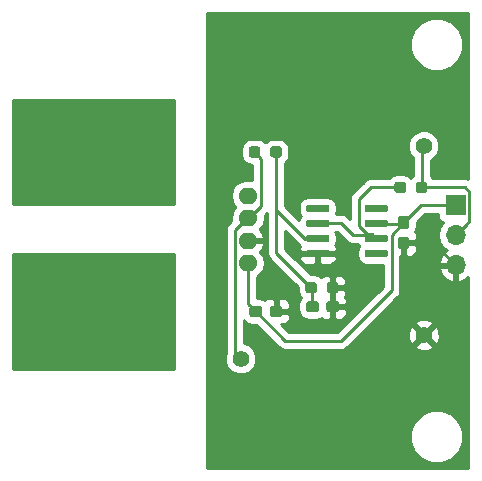
<source format=gbr>
G04 #@! TF.GenerationSoftware,KiCad,Pcbnew,(5.0.2)-1*
G04 #@! TF.CreationDate,2021-01-16T16:16:25+09:00*
G04 #@! TF.ProjectId,LEMCurrentSensor,4c454d43-7572-4726-956e-7453656e736f,rev?*
G04 #@! TF.SameCoordinates,Original*
G04 #@! TF.FileFunction,Copper,L1,Top*
G04 #@! TF.FilePolarity,Positive*
%FSLAX46Y46*%
G04 Gerber Fmt 4.6, Leading zero omitted, Abs format (unit mm)*
G04 Created by KiCad (PCBNEW (5.0.2)-1) date 2021/01/16 16:16:25*
%MOMM*%
%LPD*%
G01*
G04 APERTURE LIST*
G04 #@! TA.AperFunction,ComponentPad*
%ADD10O,1.600000X1.400000*%
G04 #@! TD*
G04 #@! TA.AperFunction,ComponentPad*
%ADD11O,1.900000X2.500000*%
G04 #@! TD*
G04 #@! TA.AperFunction,Conductor*
%ADD12C,0.100000*%
G04 #@! TD*
G04 #@! TA.AperFunction,ComponentPad*
%ADD13C,1.900000*%
G04 #@! TD*
G04 #@! TA.AperFunction,SMDPad,CuDef*
%ADD14C,0.950000*%
G04 #@! TD*
G04 #@! TA.AperFunction,SMDPad,CuDef*
%ADD15R,4.000000X4.000000*%
G04 #@! TD*
G04 #@! TA.AperFunction,ComponentPad*
%ADD16R,1.700000X1.700000*%
G04 #@! TD*
G04 #@! TA.AperFunction,ComponentPad*
%ADD17O,1.700000X1.700000*%
G04 #@! TD*
G04 #@! TA.AperFunction,ComponentPad*
%ADD18C,1.400000*%
G04 #@! TD*
G04 #@! TA.AperFunction,SMDPad,CuDef*
%ADD19C,0.600000*%
G04 #@! TD*
G04 #@! TA.AperFunction,Conductor*
%ADD20C,0.250000*%
G04 #@! TD*
G04 #@! TA.AperFunction,Conductor*
%ADD21C,0.254000*%
G04 #@! TD*
G04 APERTURE END LIST*
D10*
G04 #@! TO.P,U1,7*
G04 #@! TO.N,N/C*
X85620000Y-36192500D03*
G04 #@! TO.P,U1,10*
G04 #@! TO.N,+5V*
X85620000Y-41907500D03*
G04 #@! TO.P,U1,9*
G04 #@! TO.N,GND*
X85620000Y-40002500D03*
G04 #@! TO.P,U1,8*
G04 #@! TO.N,Net-(R1-Pad2)*
X85620000Y-38097500D03*
D11*
G04 #@! TO.P,U1,2*
G04 #@! TO.N,Net-(J1-Pad1)*
X75460000Y-45400000D03*
D12*
G04 #@! TD*
G04 #@! TO.N,Net-(J1-Pad1)*
G04 #@! TO.C,U1*
G36*
X78735779Y-44151144D02*
X78758834Y-44154563D01*
X78781443Y-44160227D01*
X78803387Y-44168079D01*
X78824457Y-44178044D01*
X78844448Y-44190026D01*
X78863168Y-44203910D01*
X78880438Y-44219562D01*
X78896090Y-44236832D01*
X78909974Y-44255552D01*
X78921956Y-44275543D01*
X78931921Y-44296613D01*
X78939773Y-44318557D01*
X78945437Y-44341166D01*
X78948856Y-44364221D01*
X78950000Y-44387500D01*
X78950000Y-46412500D01*
X78948856Y-46435779D01*
X78945437Y-46458834D01*
X78939773Y-46481443D01*
X78931921Y-46503387D01*
X78921956Y-46524457D01*
X78909974Y-46544448D01*
X78896090Y-46563168D01*
X78880438Y-46580438D01*
X78863168Y-46596090D01*
X78844448Y-46609974D01*
X78824457Y-46621956D01*
X78803387Y-46631921D01*
X78781443Y-46639773D01*
X78758834Y-46645437D01*
X78735779Y-46648856D01*
X78712500Y-46650000D01*
X77287500Y-46650000D01*
X77264221Y-46648856D01*
X77241166Y-46645437D01*
X77218557Y-46639773D01*
X77196613Y-46631921D01*
X77175543Y-46621956D01*
X77155552Y-46609974D01*
X77136832Y-46596090D01*
X77119562Y-46580438D01*
X77103910Y-46563168D01*
X77090026Y-46544448D01*
X77078044Y-46524457D01*
X77068079Y-46503387D01*
X77060227Y-46481443D01*
X77054563Y-46458834D01*
X77051144Y-46435779D01*
X77050000Y-46412500D01*
X77050000Y-44387500D01*
X77051144Y-44364221D01*
X77054563Y-44341166D01*
X77060227Y-44318557D01*
X77068079Y-44296613D01*
X77078044Y-44275543D01*
X77090026Y-44255552D01*
X77103910Y-44236832D01*
X77119562Y-44219562D01*
X77136832Y-44203910D01*
X77155552Y-44190026D01*
X77175543Y-44178044D01*
X77196613Y-44168079D01*
X77218557Y-44160227D01*
X77241166Y-44154563D01*
X77264221Y-44151144D01*
X77287500Y-44150000D01*
X78712500Y-44150000D01*
X78735779Y-44151144D01*
X78735779Y-44151144D01*
G37*
D13*
G04 #@! TO.P,U1,1*
G04 #@! TO.N,Net-(J1-Pad1)*
X78000000Y-45400000D03*
D11*
G04 #@! TO.P,U1,3*
X72920000Y-45400000D03*
G04 #@! TO.P,U1,4*
G04 #@! TO.N,Net-(J2-Pad1)*
X72920000Y-32700000D03*
G04 #@! TO.P,U1,6*
X78000000Y-32700000D03*
G04 #@! TO.P,U1,5*
X75460000Y-32700000D03*
G04 #@! TD*
D12*
G04 #@! TO.N,GND*
G04 #@! TO.C,C1*
G36*
X88323279Y-45526144D02*
X88346334Y-45529563D01*
X88368943Y-45535227D01*
X88390887Y-45543079D01*
X88411957Y-45553044D01*
X88431948Y-45565026D01*
X88450668Y-45578910D01*
X88467938Y-45594562D01*
X88483590Y-45611832D01*
X88497474Y-45630552D01*
X88509456Y-45650543D01*
X88519421Y-45671613D01*
X88527273Y-45693557D01*
X88532937Y-45716166D01*
X88536356Y-45739221D01*
X88537500Y-45762500D01*
X88537500Y-46237500D01*
X88536356Y-46260779D01*
X88532937Y-46283834D01*
X88527273Y-46306443D01*
X88519421Y-46328387D01*
X88509456Y-46349457D01*
X88497474Y-46369448D01*
X88483590Y-46388168D01*
X88467938Y-46405438D01*
X88450668Y-46421090D01*
X88431948Y-46434974D01*
X88411957Y-46446956D01*
X88390887Y-46456921D01*
X88368943Y-46464773D01*
X88346334Y-46470437D01*
X88323279Y-46473856D01*
X88300000Y-46475000D01*
X87700000Y-46475000D01*
X87676721Y-46473856D01*
X87653666Y-46470437D01*
X87631057Y-46464773D01*
X87609113Y-46456921D01*
X87588043Y-46446956D01*
X87568052Y-46434974D01*
X87549332Y-46421090D01*
X87532062Y-46405438D01*
X87516410Y-46388168D01*
X87502526Y-46369448D01*
X87490544Y-46349457D01*
X87480579Y-46328387D01*
X87472727Y-46306443D01*
X87467063Y-46283834D01*
X87463644Y-46260779D01*
X87462500Y-46237500D01*
X87462500Y-45762500D01*
X87463644Y-45739221D01*
X87467063Y-45716166D01*
X87472727Y-45693557D01*
X87480579Y-45671613D01*
X87490544Y-45650543D01*
X87502526Y-45630552D01*
X87516410Y-45611832D01*
X87532062Y-45594562D01*
X87549332Y-45578910D01*
X87568052Y-45565026D01*
X87588043Y-45553044D01*
X87609113Y-45543079D01*
X87631057Y-45535227D01*
X87653666Y-45529563D01*
X87676721Y-45526144D01*
X87700000Y-45525000D01*
X88300000Y-45525000D01*
X88323279Y-45526144D01*
X88323279Y-45526144D01*
G37*
D14*
G04 #@! TD*
G04 #@! TO.P,C1,2*
G04 #@! TO.N,GND*
X88000000Y-46000000D03*
D12*
G04 #@! TO.N,+5V*
G04 #@! TO.C,C1*
G36*
X86598279Y-45526144D02*
X86621334Y-45529563D01*
X86643943Y-45535227D01*
X86665887Y-45543079D01*
X86686957Y-45553044D01*
X86706948Y-45565026D01*
X86725668Y-45578910D01*
X86742938Y-45594562D01*
X86758590Y-45611832D01*
X86772474Y-45630552D01*
X86784456Y-45650543D01*
X86794421Y-45671613D01*
X86802273Y-45693557D01*
X86807937Y-45716166D01*
X86811356Y-45739221D01*
X86812500Y-45762500D01*
X86812500Y-46237500D01*
X86811356Y-46260779D01*
X86807937Y-46283834D01*
X86802273Y-46306443D01*
X86794421Y-46328387D01*
X86784456Y-46349457D01*
X86772474Y-46369448D01*
X86758590Y-46388168D01*
X86742938Y-46405438D01*
X86725668Y-46421090D01*
X86706948Y-46434974D01*
X86686957Y-46446956D01*
X86665887Y-46456921D01*
X86643943Y-46464773D01*
X86621334Y-46470437D01*
X86598279Y-46473856D01*
X86575000Y-46475000D01*
X85975000Y-46475000D01*
X85951721Y-46473856D01*
X85928666Y-46470437D01*
X85906057Y-46464773D01*
X85884113Y-46456921D01*
X85863043Y-46446956D01*
X85843052Y-46434974D01*
X85824332Y-46421090D01*
X85807062Y-46405438D01*
X85791410Y-46388168D01*
X85777526Y-46369448D01*
X85765544Y-46349457D01*
X85755579Y-46328387D01*
X85747727Y-46306443D01*
X85742063Y-46283834D01*
X85738644Y-46260779D01*
X85737500Y-46237500D01*
X85737500Y-45762500D01*
X85738644Y-45739221D01*
X85742063Y-45716166D01*
X85747727Y-45693557D01*
X85755579Y-45671613D01*
X85765544Y-45650543D01*
X85777526Y-45630552D01*
X85791410Y-45611832D01*
X85807062Y-45594562D01*
X85824332Y-45578910D01*
X85843052Y-45565026D01*
X85863043Y-45553044D01*
X85884113Y-45543079D01*
X85906057Y-45535227D01*
X85928666Y-45529563D01*
X85951721Y-45526144D01*
X85975000Y-45525000D01*
X86575000Y-45525000D01*
X86598279Y-45526144D01*
X86598279Y-45526144D01*
G37*
D14*
G04 #@! TD*
G04 #@! TO.P,C1,1*
G04 #@! TO.N,+5V*
X86275000Y-46000000D03*
D12*
G04 #@! TO.N,+5V*
G04 #@! TO.C,C2*
G36*
X99060779Y-37938644D02*
X99083834Y-37942063D01*
X99106443Y-37947727D01*
X99128387Y-37955579D01*
X99149457Y-37965544D01*
X99169448Y-37977526D01*
X99188168Y-37991410D01*
X99205438Y-38007062D01*
X99221090Y-38024332D01*
X99234974Y-38043052D01*
X99246956Y-38063043D01*
X99256921Y-38084113D01*
X99264773Y-38106057D01*
X99270437Y-38128666D01*
X99273856Y-38151721D01*
X99275000Y-38175000D01*
X99275000Y-38775000D01*
X99273856Y-38798279D01*
X99270437Y-38821334D01*
X99264773Y-38843943D01*
X99256921Y-38865887D01*
X99246956Y-38886957D01*
X99234974Y-38906948D01*
X99221090Y-38925668D01*
X99205438Y-38942938D01*
X99188168Y-38958590D01*
X99169448Y-38972474D01*
X99149457Y-38984456D01*
X99128387Y-38994421D01*
X99106443Y-39002273D01*
X99083834Y-39007937D01*
X99060779Y-39011356D01*
X99037500Y-39012500D01*
X98562500Y-39012500D01*
X98539221Y-39011356D01*
X98516166Y-39007937D01*
X98493557Y-39002273D01*
X98471613Y-38994421D01*
X98450543Y-38984456D01*
X98430552Y-38972474D01*
X98411832Y-38958590D01*
X98394562Y-38942938D01*
X98378910Y-38925668D01*
X98365026Y-38906948D01*
X98353044Y-38886957D01*
X98343079Y-38865887D01*
X98335227Y-38843943D01*
X98329563Y-38821334D01*
X98326144Y-38798279D01*
X98325000Y-38775000D01*
X98325000Y-38175000D01*
X98326144Y-38151721D01*
X98329563Y-38128666D01*
X98335227Y-38106057D01*
X98343079Y-38084113D01*
X98353044Y-38063043D01*
X98365026Y-38043052D01*
X98378910Y-38024332D01*
X98394562Y-38007062D01*
X98411832Y-37991410D01*
X98430552Y-37977526D01*
X98450543Y-37965544D01*
X98471613Y-37955579D01*
X98493557Y-37947727D01*
X98516166Y-37942063D01*
X98539221Y-37938644D01*
X98562500Y-37937500D01*
X99037500Y-37937500D01*
X99060779Y-37938644D01*
X99060779Y-37938644D01*
G37*
D14*
G04 #@! TD*
G04 #@! TO.P,C2,1*
G04 #@! TO.N,+5V*
X98800000Y-38475000D03*
D12*
G04 #@! TO.N,GND*
G04 #@! TO.C,C2*
G36*
X99060779Y-39663644D02*
X99083834Y-39667063D01*
X99106443Y-39672727D01*
X99128387Y-39680579D01*
X99149457Y-39690544D01*
X99169448Y-39702526D01*
X99188168Y-39716410D01*
X99205438Y-39732062D01*
X99221090Y-39749332D01*
X99234974Y-39768052D01*
X99246956Y-39788043D01*
X99256921Y-39809113D01*
X99264773Y-39831057D01*
X99270437Y-39853666D01*
X99273856Y-39876721D01*
X99275000Y-39900000D01*
X99275000Y-40500000D01*
X99273856Y-40523279D01*
X99270437Y-40546334D01*
X99264773Y-40568943D01*
X99256921Y-40590887D01*
X99246956Y-40611957D01*
X99234974Y-40631948D01*
X99221090Y-40650668D01*
X99205438Y-40667938D01*
X99188168Y-40683590D01*
X99169448Y-40697474D01*
X99149457Y-40709456D01*
X99128387Y-40719421D01*
X99106443Y-40727273D01*
X99083834Y-40732937D01*
X99060779Y-40736356D01*
X99037500Y-40737500D01*
X98562500Y-40737500D01*
X98539221Y-40736356D01*
X98516166Y-40732937D01*
X98493557Y-40727273D01*
X98471613Y-40719421D01*
X98450543Y-40709456D01*
X98430552Y-40697474D01*
X98411832Y-40683590D01*
X98394562Y-40667938D01*
X98378910Y-40650668D01*
X98365026Y-40631948D01*
X98353044Y-40611957D01*
X98343079Y-40590887D01*
X98335227Y-40568943D01*
X98329563Y-40546334D01*
X98326144Y-40523279D01*
X98325000Y-40500000D01*
X98325000Y-39900000D01*
X98326144Y-39876721D01*
X98329563Y-39853666D01*
X98335227Y-39831057D01*
X98343079Y-39809113D01*
X98353044Y-39788043D01*
X98365026Y-39768052D01*
X98378910Y-39749332D01*
X98394562Y-39732062D01*
X98411832Y-39716410D01*
X98430552Y-39702526D01*
X98450543Y-39690544D01*
X98471613Y-39680579D01*
X98493557Y-39672727D01*
X98516166Y-39667063D01*
X98539221Y-39663644D01*
X98562500Y-39662500D01*
X99037500Y-39662500D01*
X99060779Y-39663644D01*
X99060779Y-39663644D01*
G37*
D14*
G04 #@! TD*
G04 #@! TO.P,C2,2*
G04 #@! TO.N,GND*
X98800000Y-40200000D03*
D12*
G04 #@! TO.N,Net-(C3-Pad1)*
G04 #@! TO.C,C3*
G36*
X91398279Y-45126144D02*
X91421334Y-45129563D01*
X91443943Y-45135227D01*
X91465887Y-45143079D01*
X91486957Y-45153044D01*
X91506948Y-45165026D01*
X91525668Y-45178910D01*
X91542938Y-45194562D01*
X91558590Y-45211832D01*
X91572474Y-45230552D01*
X91584456Y-45250543D01*
X91594421Y-45271613D01*
X91602273Y-45293557D01*
X91607937Y-45316166D01*
X91611356Y-45339221D01*
X91612500Y-45362500D01*
X91612500Y-45837500D01*
X91611356Y-45860779D01*
X91607937Y-45883834D01*
X91602273Y-45906443D01*
X91594421Y-45928387D01*
X91584456Y-45949457D01*
X91572474Y-45969448D01*
X91558590Y-45988168D01*
X91542938Y-46005438D01*
X91525668Y-46021090D01*
X91506948Y-46034974D01*
X91486957Y-46046956D01*
X91465887Y-46056921D01*
X91443943Y-46064773D01*
X91421334Y-46070437D01*
X91398279Y-46073856D01*
X91375000Y-46075000D01*
X90775000Y-46075000D01*
X90751721Y-46073856D01*
X90728666Y-46070437D01*
X90706057Y-46064773D01*
X90684113Y-46056921D01*
X90663043Y-46046956D01*
X90643052Y-46034974D01*
X90624332Y-46021090D01*
X90607062Y-46005438D01*
X90591410Y-45988168D01*
X90577526Y-45969448D01*
X90565544Y-45949457D01*
X90555579Y-45928387D01*
X90547727Y-45906443D01*
X90542063Y-45883834D01*
X90538644Y-45860779D01*
X90537500Y-45837500D01*
X90537500Y-45362500D01*
X90538644Y-45339221D01*
X90542063Y-45316166D01*
X90547727Y-45293557D01*
X90555579Y-45271613D01*
X90565544Y-45250543D01*
X90577526Y-45230552D01*
X90591410Y-45211832D01*
X90607062Y-45194562D01*
X90624332Y-45178910D01*
X90643052Y-45165026D01*
X90663043Y-45153044D01*
X90684113Y-45143079D01*
X90706057Y-45135227D01*
X90728666Y-45129563D01*
X90751721Y-45126144D01*
X90775000Y-45125000D01*
X91375000Y-45125000D01*
X91398279Y-45126144D01*
X91398279Y-45126144D01*
G37*
D14*
G04 #@! TD*
G04 #@! TO.P,C3,1*
G04 #@! TO.N,Net-(C3-Pad1)*
X91075000Y-45600000D03*
D12*
G04 #@! TO.N,GND*
G04 #@! TO.C,C3*
G36*
X93123279Y-45126144D02*
X93146334Y-45129563D01*
X93168943Y-45135227D01*
X93190887Y-45143079D01*
X93211957Y-45153044D01*
X93231948Y-45165026D01*
X93250668Y-45178910D01*
X93267938Y-45194562D01*
X93283590Y-45211832D01*
X93297474Y-45230552D01*
X93309456Y-45250543D01*
X93319421Y-45271613D01*
X93327273Y-45293557D01*
X93332937Y-45316166D01*
X93336356Y-45339221D01*
X93337500Y-45362500D01*
X93337500Y-45837500D01*
X93336356Y-45860779D01*
X93332937Y-45883834D01*
X93327273Y-45906443D01*
X93319421Y-45928387D01*
X93309456Y-45949457D01*
X93297474Y-45969448D01*
X93283590Y-45988168D01*
X93267938Y-46005438D01*
X93250668Y-46021090D01*
X93231948Y-46034974D01*
X93211957Y-46046956D01*
X93190887Y-46056921D01*
X93168943Y-46064773D01*
X93146334Y-46070437D01*
X93123279Y-46073856D01*
X93100000Y-46075000D01*
X92500000Y-46075000D01*
X92476721Y-46073856D01*
X92453666Y-46070437D01*
X92431057Y-46064773D01*
X92409113Y-46056921D01*
X92388043Y-46046956D01*
X92368052Y-46034974D01*
X92349332Y-46021090D01*
X92332062Y-46005438D01*
X92316410Y-45988168D01*
X92302526Y-45969448D01*
X92290544Y-45949457D01*
X92280579Y-45928387D01*
X92272727Y-45906443D01*
X92267063Y-45883834D01*
X92263644Y-45860779D01*
X92262500Y-45837500D01*
X92262500Y-45362500D01*
X92263644Y-45339221D01*
X92267063Y-45316166D01*
X92272727Y-45293557D01*
X92280579Y-45271613D01*
X92290544Y-45250543D01*
X92302526Y-45230552D01*
X92316410Y-45211832D01*
X92332062Y-45194562D01*
X92349332Y-45178910D01*
X92368052Y-45165026D01*
X92388043Y-45153044D01*
X92409113Y-45143079D01*
X92431057Y-45135227D01*
X92453666Y-45129563D01*
X92476721Y-45126144D01*
X92500000Y-45125000D01*
X93100000Y-45125000D01*
X93123279Y-45126144D01*
X93123279Y-45126144D01*
G37*
D14*
G04 #@! TD*
G04 #@! TO.P,C3,2*
G04 #@! TO.N,GND*
X92800000Y-45600000D03*
D15*
G04 #@! TO.P,J2,1*
G04 #@! TO.N,Net-(J2-Pad1)*
X67600000Y-31600000D03*
G04 #@! TD*
D16*
G04 #@! TO.P,J3,1*
G04 #@! TO.N,+5V*
X103200000Y-37000000D03*
D17*
G04 #@! TO.P,J3,2*
G04 #@! TO.N,Net-(J3-Pad2)*
X103200000Y-39540000D03*
G04 #@! TO.P,J3,3*
G04 #@! TO.N,GND*
X103200000Y-42080000D03*
G04 #@! TD*
D12*
G04 #@! TO.N,Net-(C3-Pad1)*
G04 #@! TO.C,R1*
G36*
X88273279Y-32026144D02*
X88296334Y-32029563D01*
X88318943Y-32035227D01*
X88340887Y-32043079D01*
X88361957Y-32053044D01*
X88381948Y-32065026D01*
X88400668Y-32078910D01*
X88417938Y-32094562D01*
X88433590Y-32111832D01*
X88447474Y-32130552D01*
X88459456Y-32150543D01*
X88469421Y-32171613D01*
X88477273Y-32193557D01*
X88482937Y-32216166D01*
X88486356Y-32239221D01*
X88487500Y-32262500D01*
X88487500Y-32737500D01*
X88486356Y-32760779D01*
X88482937Y-32783834D01*
X88477273Y-32806443D01*
X88469421Y-32828387D01*
X88459456Y-32849457D01*
X88447474Y-32869448D01*
X88433590Y-32888168D01*
X88417938Y-32905438D01*
X88400668Y-32921090D01*
X88381948Y-32934974D01*
X88361957Y-32946956D01*
X88340887Y-32956921D01*
X88318943Y-32964773D01*
X88296334Y-32970437D01*
X88273279Y-32973856D01*
X88250000Y-32975000D01*
X87750000Y-32975000D01*
X87726721Y-32973856D01*
X87703666Y-32970437D01*
X87681057Y-32964773D01*
X87659113Y-32956921D01*
X87638043Y-32946956D01*
X87618052Y-32934974D01*
X87599332Y-32921090D01*
X87582062Y-32905438D01*
X87566410Y-32888168D01*
X87552526Y-32869448D01*
X87540544Y-32849457D01*
X87530579Y-32828387D01*
X87522727Y-32806443D01*
X87517063Y-32783834D01*
X87513644Y-32760779D01*
X87512500Y-32737500D01*
X87512500Y-32262500D01*
X87513644Y-32239221D01*
X87517063Y-32216166D01*
X87522727Y-32193557D01*
X87530579Y-32171613D01*
X87540544Y-32150543D01*
X87552526Y-32130552D01*
X87566410Y-32111832D01*
X87582062Y-32094562D01*
X87599332Y-32078910D01*
X87618052Y-32065026D01*
X87638043Y-32053044D01*
X87659113Y-32043079D01*
X87681057Y-32035227D01*
X87703666Y-32029563D01*
X87726721Y-32026144D01*
X87750000Y-32025000D01*
X88250000Y-32025000D01*
X88273279Y-32026144D01*
X88273279Y-32026144D01*
G37*
D14*
G04 #@! TD*
G04 #@! TO.P,R1,1*
G04 #@! TO.N,Net-(C3-Pad1)*
X88000000Y-32500000D03*
D12*
G04 #@! TO.N,Net-(R1-Pad2)*
G04 #@! TO.C,R1*
G36*
X86448279Y-32026144D02*
X86471334Y-32029563D01*
X86493943Y-32035227D01*
X86515887Y-32043079D01*
X86536957Y-32053044D01*
X86556948Y-32065026D01*
X86575668Y-32078910D01*
X86592938Y-32094562D01*
X86608590Y-32111832D01*
X86622474Y-32130552D01*
X86634456Y-32150543D01*
X86644421Y-32171613D01*
X86652273Y-32193557D01*
X86657937Y-32216166D01*
X86661356Y-32239221D01*
X86662500Y-32262500D01*
X86662500Y-32737500D01*
X86661356Y-32760779D01*
X86657937Y-32783834D01*
X86652273Y-32806443D01*
X86644421Y-32828387D01*
X86634456Y-32849457D01*
X86622474Y-32869448D01*
X86608590Y-32888168D01*
X86592938Y-32905438D01*
X86575668Y-32921090D01*
X86556948Y-32934974D01*
X86536957Y-32946956D01*
X86515887Y-32956921D01*
X86493943Y-32964773D01*
X86471334Y-32970437D01*
X86448279Y-32973856D01*
X86425000Y-32975000D01*
X85925000Y-32975000D01*
X85901721Y-32973856D01*
X85878666Y-32970437D01*
X85856057Y-32964773D01*
X85834113Y-32956921D01*
X85813043Y-32946956D01*
X85793052Y-32934974D01*
X85774332Y-32921090D01*
X85757062Y-32905438D01*
X85741410Y-32888168D01*
X85727526Y-32869448D01*
X85715544Y-32849457D01*
X85705579Y-32828387D01*
X85697727Y-32806443D01*
X85692063Y-32783834D01*
X85688644Y-32760779D01*
X85687500Y-32737500D01*
X85687500Y-32262500D01*
X85688644Y-32239221D01*
X85692063Y-32216166D01*
X85697727Y-32193557D01*
X85705579Y-32171613D01*
X85715544Y-32150543D01*
X85727526Y-32130552D01*
X85741410Y-32111832D01*
X85757062Y-32094562D01*
X85774332Y-32078910D01*
X85793052Y-32065026D01*
X85813043Y-32053044D01*
X85834113Y-32043079D01*
X85856057Y-32035227D01*
X85878666Y-32029563D01*
X85901721Y-32026144D01*
X85925000Y-32025000D01*
X86425000Y-32025000D01*
X86448279Y-32026144D01*
X86448279Y-32026144D01*
G37*
D14*
G04 #@! TD*
G04 #@! TO.P,R1,2*
G04 #@! TO.N,Net-(R1-Pad2)*
X86175000Y-32500000D03*
D12*
G04 #@! TO.N,Net-(C3-Pad1)*
G04 #@! TO.C,R2*
G36*
X91248279Y-43526144D02*
X91271334Y-43529563D01*
X91293943Y-43535227D01*
X91315887Y-43543079D01*
X91336957Y-43553044D01*
X91356948Y-43565026D01*
X91375668Y-43578910D01*
X91392938Y-43594562D01*
X91408590Y-43611832D01*
X91422474Y-43630552D01*
X91434456Y-43650543D01*
X91444421Y-43671613D01*
X91452273Y-43693557D01*
X91457937Y-43716166D01*
X91461356Y-43739221D01*
X91462500Y-43762500D01*
X91462500Y-44237500D01*
X91461356Y-44260779D01*
X91457937Y-44283834D01*
X91452273Y-44306443D01*
X91444421Y-44328387D01*
X91434456Y-44349457D01*
X91422474Y-44369448D01*
X91408590Y-44388168D01*
X91392938Y-44405438D01*
X91375668Y-44421090D01*
X91356948Y-44434974D01*
X91336957Y-44446956D01*
X91315887Y-44456921D01*
X91293943Y-44464773D01*
X91271334Y-44470437D01*
X91248279Y-44473856D01*
X91225000Y-44475000D01*
X90725000Y-44475000D01*
X90701721Y-44473856D01*
X90678666Y-44470437D01*
X90656057Y-44464773D01*
X90634113Y-44456921D01*
X90613043Y-44446956D01*
X90593052Y-44434974D01*
X90574332Y-44421090D01*
X90557062Y-44405438D01*
X90541410Y-44388168D01*
X90527526Y-44369448D01*
X90515544Y-44349457D01*
X90505579Y-44328387D01*
X90497727Y-44306443D01*
X90492063Y-44283834D01*
X90488644Y-44260779D01*
X90487500Y-44237500D01*
X90487500Y-43762500D01*
X90488644Y-43739221D01*
X90492063Y-43716166D01*
X90497727Y-43693557D01*
X90505579Y-43671613D01*
X90515544Y-43650543D01*
X90527526Y-43630552D01*
X90541410Y-43611832D01*
X90557062Y-43594562D01*
X90574332Y-43578910D01*
X90593052Y-43565026D01*
X90613043Y-43553044D01*
X90634113Y-43543079D01*
X90656057Y-43535227D01*
X90678666Y-43529563D01*
X90701721Y-43526144D01*
X90725000Y-43525000D01*
X91225000Y-43525000D01*
X91248279Y-43526144D01*
X91248279Y-43526144D01*
G37*
D14*
G04 #@! TD*
G04 #@! TO.P,R2,1*
G04 #@! TO.N,Net-(C3-Pad1)*
X90975000Y-44000000D03*
D12*
G04 #@! TO.N,GND*
G04 #@! TO.C,R2*
G36*
X93073279Y-43526144D02*
X93096334Y-43529563D01*
X93118943Y-43535227D01*
X93140887Y-43543079D01*
X93161957Y-43553044D01*
X93181948Y-43565026D01*
X93200668Y-43578910D01*
X93217938Y-43594562D01*
X93233590Y-43611832D01*
X93247474Y-43630552D01*
X93259456Y-43650543D01*
X93269421Y-43671613D01*
X93277273Y-43693557D01*
X93282937Y-43716166D01*
X93286356Y-43739221D01*
X93287500Y-43762500D01*
X93287500Y-44237500D01*
X93286356Y-44260779D01*
X93282937Y-44283834D01*
X93277273Y-44306443D01*
X93269421Y-44328387D01*
X93259456Y-44349457D01*
X93247474Y-44369448D01*
X93233590Y-44388168D01*
X93217938Y-44405438D01*
X93200668Y-44421090D01*
X93181948Y-44434974D01*
X93161957Y-44446956D01*
X93140887Y-44456921D01*
X93118943Y-44464773D01*
X93096334Y-44470437D01*
X93073279Y-44473856D01*
X93050000Y-44475000D01*
X92550000Y-44475000D01*
X92526721Y-44473856D01*
X92503666Y-44470437D01*
X92481057Y-44464773D01*
X92459113Y-44456921D01*
X92438043Y-44446956D01*
X92418052Y-44434974D01*
X92399332Y-44421090D01*
X92382062Y-44405438D01*
X92366410Y-44388168D01*
X92352526Y-44369448D01*
X92340544Y-44349457D01*
X92330579Y-44328387D01*
X92322727Y-44306443D01*
X92317063Y-44283834D01*
X92313644Y-44260779D01*
X92312500Y-44237500D01*
X92312500Y-43762500D01*
X92313644Y-43739221D01*
X92317063Y-43716166D01*
X92322727Y-43693557D01*
X92330579Y-43671613D01*
X92340544Y-43650543D01*
X92352526Y-43630552D01*
X92366410Y-43611832D01*
X92382062Y-43594562D01*
X92399332Y-43578910D01*
X92418052Y-43565026D01*
X92438043Y-43553044D01*
X92459113Y-43543079D01*
X92481057Y-43535227D01*
X92503666Y-43529563D01*
X92526721Y-43526144D01*
X92550000Y-43525000D01*
X93050000Y-43525000D01*
X93073279Y-43526144D01*
X93073279Y-43526144D01*
G37*
D14*
G04 #@! TD*
G04 #@! TO.P,R2,2*
G04 #@! TO.N,GND*
X92800000Y-44000000D03*
D12*
G04 #@! TO.N,Net-(R3-Pad2)*
G04 #@! TO.C,R3*
G36*
X98773279Y-35026144D02*
X98796334Y-35029563D01*
X98818943Y-35035227D01*
X98840887Y-35043079D01*
X98861957Y-35053044D01*
X98881948Y-35065026D01*
X98900668Y-35078910D01*
X98917938Y-35094562D01*
X98933590Y-35111832D01*
X98947474Y-35130552D01*
X98959456Y-35150543D01*
X98969421Y-35171613D01*
X98977273Y-35193557D01*
X98982937Y-35216166D01*
X98986356Y-35239221D01*
X98987500Y-35262500D01*
X98987500Y-35737500D01*
X98986356Y-35760779D01*
X98982937Y-35783834D01*
X98977273Y-35806443D01*
X98969421Y-35828387D01*
X98959456Y-35849457D01*
X98947474Y-35869448D01*
X98933590Y-35888168D01*
X98917938Y-35905438D01*
X98900668Y-35921090D01*
X98881948Y-35934974D01*
X98861957Y-35946956D01*
X98840887Y-35956921D01*
X98818943Y-35964773D01*
X98796334Y-35970437D01*
X98773279Y-35973856D01*
X98750000Y-35975000D01*
X98250000Y-35975000D01*
X98226721Y-35973856D01*
X98203666Y-35970437D01*
X98181057Y-35964773D01*
X98159113Y-35956921D01*
X98138043Y-35946956D01*
X98118052Y-35934974D01*
X98099332Y-35921090D01*
X98082062Y-35905438D01*
X98066410Y-35888168D01*
X98052526Y-35869448D01*
X98040544Y-35849457D01*
X98030579Y-35828387D01*
X98022727Y-35806443D01*
X98017063Y-35783834D01*
X98013644Y-35760779D01*
X98012500Y-35737500D01*
X98012500Y-35262500D01*
X98013644Y-35239221D01*
X98017063Y-35216166D01*
X98022727Y-35193557D01*
X98030579Y-35171613D01*
X98040544Y-35150543D01*
X98052526Y-35130552D01*
X98066410Y-35111832D01*
X98082062Y-35094562D01*
X98099332Y-35078910D01*
X98118052Y-35065026D01*
X98138043Y-35053044D01*
X98159113Y-35043079D01*
X98181057Y-35035227D01*
X98203666Y-35029563D01*
X98226721Y-35026144D01*
X98250000Y-35025000D01*
X98750000Y-35025000D01*
X98773279Y-35026144D01*
X98773279Y-35026144D01*
G37*
D14*
G04 #@! TD*
G04 #@! TO.P,R3,2*
G04 #@! TO.N,Net-(R3-Pad2)*
X98500000Y-35500000D03*
D12*
G04 #@! TO.N,Net-(J3-Pad2)*
G04 #@! TO.C,R3*
G36*
X100598279Y-35026144D02*
X100621334Y-35029563D01*
X100643943Y-35035227D01*
X100665887Y-35043079D01*
X100686957Y-35053044D01*
X100706948Y-35065026D01*
X100725668Y-35078910D01*
X100742938Y-35094562D01*
X100758590Y-35111832D01*
X100772474Y-35130552D01*
X100784456Y-35150543D01*
X100794421Y-35171613D01*
X100802273Y-35193557D01*
X100807937Y-35216166D01*
X100811356Y-35239221D01*
X100812500Y-35262500D01*
X100812500Y-35737500D01*
X100811356Y-35760779D01*
X100807937Y-35783834D01*
X100802273Y-35806443D01*
X100794421Y-35828387D01*
X100784456Y-35849457D01*
X100772474Y-35869448D01*
X100758590Y-35888168D01*
X100742938Y-35905438D01*
X100725668Y-35921090D01*
X100706948Y-35934974D01*
X100686957Y-35946956D01*
X100665887Y-35956921D01*
X100643943Y-35964773D01*
X100621334Y-35970437D01*
X100598279Y-35973856D01*
X100575000Y-35975000D01*
X100075000Y-35975000D01*
X100051721Y-35973856D01*
X100028666Y-35970437D01*
X100006057Y-35964773D01*
X99984113Y-35956921D01*
X99963043Y-35946956D01*
X99943052Y-35934974D01*
X99924332Y-35921090D01*
X99907062Y-35905438D01*
X99891410Y-35888168D01*
X99877526Y-35869448D01*
X99865544Y-35849457D01*
X99855579Y-35828387D01*
X99847727Y-35806443D01*
X99842063Y-35783834D01*
X99838644Y-35760779D01*
X99837500Y-35737500D01*
X99837500Y-35262500D01*
X99838644Y-35239221D01*
X99842063Y-35216166D01*
X99847727Y-35193557D01*
X99855579Y-35171613D01*
X99865544Y-35150543D01*
X99877526Y-35130552D01*
X99891410Y-35111832D01*
X99907062Y-35094562D01*
X99924332Y-35078910D01*
X99943052Y-35065026D01*
X99963043Y-35053044D01*
X99984113Y-35043079D01*
X100006057Y-35035227D01*
X100028666Y-35029563D01*
X100051721Y-35026144D01*
X100075000Y-35025000D01*
X100575000Y-35025000D01*
X100598279Y-35026144D01*
X100598279Y-35026144D01*
G37*
D14*
G04 #@! TD*
G04 #@! TO.P,R3,1*
G04 #@! TO.N,Net-(J3-Pad2)*
X100325000Y-35500000D03*
D18*
G04 #@! TO.P,TP1,1*
G04 #@! TO.N,Net-(R1-Pad2)*
X85000000Y-50000000D03*
G04 #@! TD*
G04 #@! TO.P,TP2,1*
G04 #@! TO.N,Net-(J3-Pad2)*
X100500000Y-32000000D03*
G04 #@! TD*
D15*
G04 #@! TO.P,J1,1*
G04 #@! TO.N,Net-(J1-Pad1)*
X67600000Y-47200000D03*
G04 #@! TD*
D12*
G04 #@! TO.N,N/C*
G04 #@! TO.C,U2*
G36*
X92364703Y-36995722D02*
X92379264Y-36997882D01*
X92393543Y-37001459D01*
X92407403Y-37006418D01*
X92420710Y-37012712D01*
X92433336Y-37020280D01*
X92445159Y-37029048D01*
X92456066Y-37038934D01*
X92465952Y-37049841D01*
X92474720Y-37061664D01*
X92482288Y-37074290D01*
X92488582Y-37087597D01*
X92493541Y-37101457D01*
X92497118Y-37115736D01*
X92499278Y-37130297D01*
X92500000Y-37145000D01*
X92500000Y-37445000D01*
X92499278Y-37459703D01*
X92497118Y-37474264D01*
X92493541Y-37488543D01*
X92488582Y-37502403D01*
X92482288Y-37515710D01*
X92474720Y-37528336D01*
X92465952Y-37540159D01*
X92456066Y-37551066D01*
X92445159Y-37560952D01*
X92433336Y-37569720D01*
X92420710Y-37577288D01*
X92407403Y-37583582D01*
X92393543Y-37588541D01*
X92379264Y-37592118D01*
X92364703Y-37594278D01*
X92350000Y-37595000D01*
X90700000Y-37595000D01*
X90685297Y-37594278D01*
X90670736Y-37592118D01*
X90656457Y-37588541D01*
X90642597Y-37583582D01*
X90629290Y-37577288D01*
X90616664Y-37569720D01*
X90604841Y-37560952D01*
X90593934Y-37551066D01*
X90584048Y-37540159D01*
X90575280Y-37528336D01*
X90567712Y-37515710D01*
X90561418Y-37502403D01*
X90556459Y-37488543D01*
X90552882Y-37474264D01*
X90550722Y-37459703D01*
X90550000Y-37445000D01*
X90550000Y-37145000D01*
X90550722Y-37130297D01*
X90552882Y-37115736D01*
X90556459Y-37101457D01*
X90561418Y-37087597D01*
X90567712Y-37074290D01*
X90575280Y-37061664D01*
X90584048Y-37049841D01*
X90593934Y-37038934D01*
X90604841Y-37029048D01*
X90616664Y-37020280D01*
X90629290Y-37012712D01*
X90642597Y-37006418D01*
X90656457Y-37001459D01*
X90670736Y-36997882D01*
X90685297Y-36995722D01*
X90700000Y-36995000D01*
X92350000Y-36995000D01*
X92364703Y-36995722D01*
X92364703Y-36995722D01*
G37*
D19*
G04 #@! TD*
G04 #@! TO.P,U2,1*
G04 #@! TO.N,N/C*
X91525000Y-37295000D03*
D12*
G04 #@! TO.N,Net-(R3-Pad2)*
G04 #@! TO.C,U2*
G36*
X92364703Y-38265722D02*
X92379264Y-38267882D01*
X92393543Y-38271459D01*
X92407403Y-38276418D01*
X92420710Y-38282712D01*
X92433336Y-38290280D01*
X92445159Y-38299048D01*
X92456066Y-38308934D01*
X92465952Y-38319841D01*
X92474720Y-38331664D01*
X92482288Y-38344290D01*
X92488582Y-38357597D01*
X92493541Y-38371457D01*
X92497118Y-38385736D01*
X92499278Y-38400297D01*
X92500000Y-38415000D01*
X92500000Y-38715000D01*
X92499278Y-38729703D01*
X92497118Y-38744264D01*
X92493541Y-38758543D01*
X92488582Y-38772403D01*
X92482288Y-38785710D01*
X92474720Y-38798336D01*
X92465952Y-38810159D01*
X92456066Y-38821066D01*
X92445159Y-38830952D01*
X92433336Y-38839720D01*
X92420710Y-38847288D01*
X92407403Y-38853582D01*
X92393543Y-38858541D01*
X92379264Y-38862118D01*
X92364703Y-38864278D01*
X92350000Y-38865000D01*
X90700000Y-38865000D01*
X90685297Y-38864278D01*
X90670736Y-38862118D01*
X90656457Y-38858541D01*
X90642597Y-38853582D01*
X90629290Y-38847288D01*
X90616664Y-38839720D01*
X90604841Y-38830952D01*
X90593934Y-38821066D01*
X90584048Y-38810159D01*
X90575280Y-38798336D01*
X90567712Y-38785710D01*
X90561418Y-38772403D01*
X90556459Y-38758543D01*
X90552882Y-38744264D01*
X90550722Y-38729703D01*
X90550000Y-38715000D01*
X90550000Y-38415000D01*
X90550722Y-38400297D01*
X90552882Y-38385736D01*
X90556459Y-38371457D01*
X90561418Y-38357597D01*
X90567712Y-38344290D01*
X90575280Y-38331664D01*
X90584048Y-38319841D01*
X90593934Y-38308934D01*
X90604841Y-38299048D01*
X90616664Y-38290280D01*
X90629290Y-38282712D01*
X90642597Y-38276418D01*
X90656457Y-38271459D01*
X90670736Y-38267882D01*
X90685297Y-38265722D01*
X90700000Y-38265000D01*
X92350000Y-38265000D01*
X92364703Y-38265722D01*
X92364703Y-38265722D01*
G37*
D19*
G04 #@! TD*
G04 #@! TO.P,U2,2*
G04 #@! TO.N,Net-(R3-Pad2)*
X91525000Y-38565000D03*
D12*
G04 #@! TO.N,Net-(C3-Pad1)*
G04 #@! TO.C,U2*
G36*
X92364703Y-39535722D02*
X92379264Y-39537882D01*
X92393543Y-39541459D01*
X92407403Y-39546418D01*
X92420710Y-39552712D01*
X92433336Y-39560280D01*
X92445159Y-39569048D01*
X92456066Y-39578934D01*
X92465952Y-39589841D01*
X92474720Y-39601664D01*
X92482288Y-39614290D01*
X92488582Y-39627597D01*
X92493541Y-39641457D01*
X92497118Y-39655736D01*
X92499278Y-39670297D01*
X92500000Y-39685000D01*
X92500000Y-39985000D01*
X92499278Y-39999703D01*
X92497118Y-40014264D01*
X92493541Y-40028543D01*
X92488582Y-40042403D01*
X92482288Y-40055710D01*
X92474720Y-40068336D01*
X92465952Y-40080159D01*
X92456066Y-40091066D01*
X92445159Y-40100952D01*
X92433336Y-40109720D01*
X92420710Y-40117288D01*
X92407403Y-40123582D01*
X92393543Y-40128541D01*
X92379264Y-40132118D01*
X92364703Y-40134278D01*
X92350000Y-40135000D01*
X90700000Y-40135000D01*
X90685297Y-40134278D01*
X90670736Y-40132118D01*
X90656457Y-40128541D01*
X90642597Y-40123582D01*
X90629290Y-40117288D01*
X90616664Y-40109720D01*
X90604841Y-40100952D01*
X90593934Y-40091066D01*
X90584048Y-40080159D01*
X90575280Y-40068336D01*
X90567712Y-40055710D01*
X90561418Y-40042403D01*
X90556459Y-40028543D01*
X90552882Y-40014264D01*
X90550722Y-39999703D01*
X90550000Y-39985000D01*
X90550000Y-39685000D01*
X90550722Y-39670297D01*
X90552882Y-39655736D01*
X90556459Y-39641457D01*
X90561418Y-39627597D01*
X90567712Y-39614290D01*
X90575280Y-39601664D01*
X90584048Y-39589841D01*
X90593934Y-39578934D01*
X90604841Y-39569048D01*
X90616664Y-39560280D01*
X90629290Y-39552712D01*
X90642597Y-39546418D01*
X90656457Y-39541459D01*
X90670736Y-39537882D01*
X90685297Y-39535722D01*
X90700000Y-39535000D01*
X92350000Y-39535000D01*
X92364703Y-39535722D01*
X92364703Y-39535722D01*
G37*
D19*
G04 #@! TD*
G04 #@! TO.P,U2,3*
G04 #@! TO.N,Net-(C3-Pad1)*
X91525000Y-39835000D03*
D12*
G04 #@! TO.N,GND*
G04 #@! TO.C,U2*
G36*
X92364703Y-40805722D02*
X92379264Y-40807882D01*
X92393543Y-40811459D01*
X92407403Y-40816418D01*
X92420710Y-40822712D01*
X92433336Y-40830280D01*
X92445159Y-40839048D01*
X92456066Y-40848934D01*
X92465952Y-40859841D01*
X92474720Y-40871664D01*
X92482288Y-40884290D01*
X92488582Y-40897597D01*
X92493541Y-40911457D01*
X92497118Y-40925736D01*
X92499278Y-40940297D01*
X92500000Y-40955000D01*
X92500000Y-41255000D01*
X92499278Y-41269703D01*
X92497118Y-41284264D01*
X92493541Y-41298543D01*
X92488582Y-41312403D01*
X92482288Y-41325710D01*
X92474720Y-41338336D01*
X92465952Y-41350159D01*
X92456066Y-41361066D01*
X92445159Y-41370952D01*
X92433336Y-41379720D01*
X92420710Y-41387288D01*
X92407403Y-41393582D01*
X92393543Y-41398541D01*
X92379264Y-41402118D01*
X92364703Y-41404278D01*
X92350000Y-41405000D01*
X90700000Y-41405000D01*
X90685297Y-41404278D01*
X90670736Y-41402118D01*
X90656457Y-41398541D01*
X90642597Y-41393582D01*
X90629290Y-41387288D01*
X90616664Y-41379720D01*
X90604841Y-41370952D01*
X90593934Y-41361066D01*
X90584048Y-41350159D01*
X90575280Y-41338336D01*
X90567712Y-41325710D01*
X90561418Y-41312403D01*
X90556459Y-41298543D01*
X90552882Y-41284264D01*
X90550722Y-41269703D01*
X90550000Y-41255000D01*
X90550000Y-40955000D01*
X90550722Y-40940297D01*
X90552882Y-40925736D01*
X90556459Y-40911457D01*
X90561418Y-40897597D01*
X90567712Y-40884290D01*
X90575280Y-40871664D01*
X90584048Y-40859841D01*
X90593934Y-40848934D01*
X90604841Y-40839048D01*
X90616664Y-40830280D01*
X90629290Y-40822712D01*
X90642597Y-40816418D01*
X90656457Y-40811459D01*
X90670736Y-40807882D01*
X90685297Y-40805722D01*
X90700000Y-40805000D01*
X92350000Y-40805000D01*
X92364703Y-40805722D01*
X92364703Y-40805722D01*
G37*
D19*
G04 #@! TD*
G04 #@! TO.P,U2,4*
G04 #@! TO.N,GND*
X91525000Y-41105000D03*
D12*
G04 #@! TO.N,N/C*
G04 #@! TO.C,U2*
G36*
X97314703Y-40805722D02*
X97329264Y-40807882D01*
X97343543Y-40811459D01*
X97357403Y-40816418D01*
X97370710Y-40822712D01*
X97383336Y-40830280D01*
X97395159Y-40839048D01*
X97406066Y-40848934D01*
X97415952Y-40859841D01*
X97424720Y-40871664D01*
X97432288Y-40884290D01*
X97438582Y-40897597D01*
X97443541Y-40911457D01*
X97447118Y-40925736D01*
X97449278Y-40940297D01*
X97450000Y-40955000D01*
X97450000Y-41255000D01*
X97449278Y-41269703D01*
X97447118Y-41284264D01*
X97443541Y-41298543D01*
X97438582Y-41312403D01*
X97432288Y-41325710D01*
X97424720Y-41338336D01*
X97415952Y-41350159D01*
X97406066Y-41361066D01*
X97395159Y-41370952D01*
X97383336Y-41379720D01*
X97370710Y-41387288D01*
X97357403Y-41393582D01*
X97343543Y-41398541D01*
X97329264Y-41402118D01*
X97314703Y-41404278D01*
X97300000Y-41405000D01*
X95650000Y-41405000D01*
X95635297Y-41404278D01*
X95620736Y-41402118D01*
X95606457Y-41398541D01*
X95592597Y-41393582D01*
X95579290Y-41387288D01*
X95566664Y-41379720D01*
X95554841Y-41370952D01*
X95543934Y-41361066D01*
X95534048Y-41350159D01*
X95525280Y-41338336D01*
X95517712Y-41325710D01*
X95511418Y-41312403D01*
X95506459Y-41298543D01*
X95502882Y-41284264D01*
X95500722Y-41269703D01*
X95500000Y-41255000D01*
X95500000Y-40955000D01*
X95500722Y-40940297D01*
X95502882Y-40925736D01*
X95506459Y-40911457D01*
X95511418Y-40897597D01*
X95517712Y-40884290D01*
X95525280Y-40871664D01*
X95534048Y-40859841D01*
X95543934Y-40848934D01*
X95554841Y-40839048D01*
X95566664Y-40830280D01*
X95579290Y-40822712D01*
X95592597Y-40816418D01*
X95606457Y-40811459D01*
X95620736Y-40807882D01*
X95635297Y-40805722D01*
X95650000Y-40805000D01*
X97300000Y-40805000D01*
X97314703Y-40805722D01*
X97314703Y-40805722D01*
G37*
D19*
G04 #@! TD*
G04 #@! TO.P,U2,5*
G04 #@! TO.N,N/C*
X96475000Y-41105000D03*
D12*
G04 #@! TO.N,Net-(R3-Pad2)*
G04 #@! TO.C,U2*
G36*
X97314703Y-39535722D02*
X97329264Y-39537882D01*
X97343543Y-39541459D01*
X97357403Y-39546418D01*
X97370710Y-39552712D01*
X97383336Y-39560280D01*
X97395159Y-39569048D01*
X97406066Y-39578934D01*
X97415952Y-39589841D01*
X97424720Y-39601664D01*
X97432288Y-39614290D01*
X97438582Y-39627597D01*
X97443541Y-39641457D01*
X97447118Y-39655736D01*
X97449278Y-39670297D01*
X97450000Y-39685000D01*
X97450000Y-39985000D01*
X97449278Y-39999703D01*
X97447118Y-40014264D01*
X97443541Y-40028543D01*
X97438582Y-40042403D01*
X97432288Y-40055710D01*
X97424720Y-40068336D01*
X97415952Y-40080159D01*
X97406066Y-40091066D01*
X97395159Y-40100952D01*
X97383336Y-40109720D01*
X97370710Y-40117288D01*
X97357403Y-40123582D01*
X97343543Y-40128541D01*
X97329264Y-40132118D01*
X97314703Y-40134278D01*
X97300000Y-40135000D01*
X95650000Y-40135000D01*
X95635297Y-40134278D01*
X95620736Y-40132118D01*
X95606457Y-40128541D01*
X95592597Y-40123582D01*
X95579290Y-40117288D01*
X95566664Y-40109720D01*
X95554841Y-40100952D01*
X95543934Y-40091066D01*
X95534048Y-40080159D01*
X95525280Y-40068336D01*
X95517712Y-40055710D01*
X95511418Y-40042403D01*
X95506459Y-40028543D01*
X95502882Y-40014264D01*
X95500722Y-39999703D01*
X95500000Y-39985000D01*
X95500000Y-39685000D01*
X95500722Y-39670297D01*
X95502882Y-39655736D01*
X95506459Y-39641457D01*
X95511418Y-39627597D01*
X95517712Y-39614290D01*
X95525280Y-39601664D01*
X95534048Y-39589841D01*
X95543934Y-39578934D01*
X95554841Y-39569048D01*
X95566664Y-39560280D01*
X95579290Y-39552712D01*
X95592597Y-39546418D01*
X95606457Y-39541459D01*
X95620736Y-39537882D01*
X95635297Y-39535722D01*
X95650000Y-39535000D01*
X97300000Y-39535000D01*
X97314703Y-39535722D01*
X97314703Y-39535722D01*
G37*
D19*
G04 #@! TD*
G04 #@! TO.P,U2,6*
G04 #@! TO.N,Net-(R3-Pad2)*
X96475000Y-39835000D03*
D12*
G04 #@! TO.N,+5V*
G04 #@! TO.C,U2*
G36*
X97314703Y-38265722D02*
X97329264Y-38267882D01*
X97343543Y-38271459D01*
X97357403Y-38276418D01*
X97370710Y-38282712D01*
X97383336Y-38290280D01*
X97395159Y-38299048D01*
X97406066Y-38308934D01*
X97415952Y-38319841D01*
X97424720Y-38331664D01*
X97432288Y-38344290D01*
X97438582Y-38357597D01*
X97443541Y-38371457D01*
X97447118Y-38385736D01*
X97449278Y-38400297D01*
X97450000Y-38415000D01*
X97450000Y-38715000D01*
X97449278Y-38729703D01*
X97447118Y-38744264D01*
X97443541Y-38758543D01*
X97438582Y-38772403D01*
X97432288Y-38785710D01*
X97424720Y-38798336D01*
X97415952Y-38810159D01*
X97406066Y-38821066D01*
X97395159Y-38830952D01*
X97383336Y-38839720D01*
X97370710Y-38847288D01*
X97357403Y-38853582D01*
X97343543Y-38858541D01*
X97329264Y-38862118D01*
X97314703Y-38864278D01*
X97300000Y-38865000D01*
X95650000Y-38865000D01*
X95635297Y-38864278D01*
X95620736Y-38862118D01*
X95606457Y-38858541D01*
X95592597Y-38853582D01*
X95579290Y-38847288D01*
X95566664Y-38839720D01*
X95554841Y-38830952D01*
X95543934Y-38821066D01*
X95534048Y-38810159D01*
X95525280Y-38798336D01*
X95517712Y-38785710D01*
X95511418Y-38772403D01*
X95506459Y-38758543D01*
X95502882Y-38744264D01*
X95500722Y-38729703D01*
X95500000Y-38715000D01*
X95500000Y-38415000D01*
X95500722Y-38400297D01*
X95502882Y-38385736D01*
X95506459Y-38371457D01*
X95511418Y-38357597D01*
X95517712Y-38344290D01*
X95525280Y-38331664D01*
X95534048Y-38319841D01*
X95543934Y-38308934D01*
X95554841Y-38299048D01*
X95566664Y-38290280D01*
X95579290Y-38282712D01*
X95592597Y-38276418D01*
X95606457Y-38271459D01*
X95620736Y-38267882D01*
X95635297Y-38265722D01*
X95650000Y-38265000D01*
X97300000Y-38265000D01*
X97314703Y-38265722D01*
X97314703Y-38265722D01*
G37*
D19*
G04 #@! TD*
G04 #@! TO.P,U2,7*
G04 #@! TO.N,+5V*
X96475000Y-38565000D03*
D12*
G04 #@! TO.N,N/C*
G04 #@! TO.C,U2*
G36*
X97314703Y-36995722D02*
X97329264Y-36997882D01*
X97343543Y-37001459D01*
X97357403Y-37006418D01*
X97370710Y-37012712D01*
X97383336Y-37020280D01*
X97395159Y-37029048D01*
X97406066Y-37038934D01*
X97415952Y-37049841D01*
X97424720Y-37061664D01*
X97432288Y-37074290D01*
X97438582Y-37087597D01*
X97443541Y-37101457D01*
X97447118Y-37115736D01*
X97449278Y-37130297D01*
X97450000Y-37145000D01*
X97450000Y-37445000D01*
X97449278Y-37459703D01*
X97447118Y-37474264D01*
X97443541Y-37488543D01*
X97438582Y-37502403D01*
X97432288Y-37515710D01*
X97424720Y-37528336D01*
X97415952Y-37540159D01*
X97406066Y-37551066D01*
X97395159Y-37560952D01*
X97383336Y-37569720D01*
X97370710Y-37577288D01*
X97357403Y-37583582D01*
X97343543Y-37588541D01*
X97329264Y-37592118D01*
X97314703Y-37594278D01*
X97300000Y-37595000D01*
X95650000Y-37595000D01*
X95635297Y-37594278D01*
X95620736Y-37592118D01*
X95606457Y-37588541D01*
X95592597Y-37583582D01*
X95579290Y-37577288D01*
X95566664Y-37569720D01*
X95554841Y-37560952D01*
X95543934Y-37551066D01*
X95534048Y-37540159D01*
X95525280Y-37528336D01*
X95517712Y-37515710D01*
X95511418Y-37502403D01*
X95506459Y-37488543D01*
X95502882Y-37474264D01*
X95500722Y-37459703D01*
X95500000Y-37445000D01*
X95500000Y-37145000D01*
X95500722Y-37130297D01*
X95502882Y-37115736D01*
X95506459Y-37101457D01*
X95511418Y-37087597D01*
X95517712Y-37074290D01*
X95525280Y-37061664D01*
X95534048Y-37049841D01*
X95543934Y-37038934D01*
X95554841Y-37029048D01*
X95566664Y-37020280D01*
X95579290Y-37012712D01*
X95592597Y-37006418D01*
X95606457Y-37001459D01*
X95620736Y-36997882D01*
X95635297Y-36995722D01*
X95650000Y-36995000D01*
X97300000Y-36995000D01*
X97314703Y-36995722D01*
X97314703Y-36995722D01*
G37*
D19*
G04 #@! TD*
G04 #@! TO.P,U2,8*
G04 #@! TO.N,N/C*
X96475000Y-37295000D03*
D18*
G04 #@! TO.P,TP3,1*
G04 #@! TO.N,GND*
X100500000Y-48000000D03*
G04 #@! TD*
D20*
G04 #@! TO.N,GND*
X101320000Y-40200000D02*
X98800000Y-40200000D01*
X103200000Y-42080000D02*
X101320000Y-40200000D01*
X103200000Y-45300000D02*
X103200000Y-42080000D01*
X100500000Y-48000000D02*
X103200000Y-45300000D01*
G04 #@! TO.N,+5V*
X100275000Y-37000000D02*
X98800000Y-38475000D01*
X103200000Y-37000000D02*
X100275000Y-37000000D01*
X98710000Y-38565000D02*
X98800000Y-38475000D01*
X96475000Y-38565000D02*
X98710000Y-38565000D01*
X98800000Y-38475000D02*
X97775010Y-39499990D01*
X85620000Y-45345000D02*
X86275000Y-46000000D01*
X85620000Y-41907500D02*
X85620000Y-45345000D01*
X97775010Y-39499990D02*
X97775010Y-40500000D01*
X97775010Y-40500000D02*
X97775010Y-41451758D01*
X97775010Y-44224990D02*
X97775010Y-40500000D01*
X93500000Y-48500000D02*
X97775010Y-44224990D01*
X86275000Y-46000000D02*
X88775000Y-48500000D01*
X88775000Y-48500000D02*
X93500000Y-48500000D01*
G04 #@! TO.N,Net-(C3-Pad1)*
X91075000Y-44100000D02*
X90975000Y-44000000D01*
X91075000Y-45600000D02*
X91075000Y-44100000D01*
X90450000Y-39835000D02*
X91525000Y-39835000D01*
X88000000Y-37385000D02*
X90450000Y-39835000D01*
X88000000Y-32500000D02*
X88000000Y-37385000D01*
X90975000Y-44000000D02*
X88000000Y-41025000D01*
X88000000Y-41025000D02*
X88000000Y-37500000D01*
G04 #@! TO.N,Net-(J3-Pad2)*
X104049999Y-38690001D02*
X103200000Y-39540000D01*
X104375001Y-38364999D02*
X104049999Y-38690001D01*
X104375001Y-35889999D02*
X104375001Y-38364999D01*
X103985002Y-35500000D02*
X104375001Y-35889999D01*
X100325000Y-35500000D02*
X103985002Y-35500000D01*
X100325000Y-32175000D02*
X100500000Y-32000000D01*
X100325000Y-35500000D02*
X100325000Y-32175000D01*
G04 #@! TO.N,Net-(R1-Pad2)*
X85520000Y-38097500D02*
X85620000Y-38097500D01*
X84500000Y-49500000D02*
X84500000Y-45510082D01*
X85000000Y-50000000D02*
X84500000Y-49500000D01*
X84500000Y-45510082D02*
X84505041Y-45505041D01*
X84505041Y-45505041D02*
X84494990Y-45505041D01*
X84494990Y-45505041D02*
X84494990Y-39122510D01*
X84494990Y-39122510D02*
X85520000Y-38097500D01*
X86657090Y-32982090D02*
X86175000Y-32500000D01*
X86745010Y-33070010D02*
X86657090Y-32982090D01*
X86745010Y-37072490D02*
X86745010Y-33070010D01*
X85720000Y-38097500D02*
X86745010Y-37072490D01*
X85620000Y-38097500D02*
X85720000Y-38097500D01*
G04 #@! TO.N,Net-(R3-Pad2)*
X96104290Y-39464290D02*
X95727522Y-39464290D01*
X96104290Y-39464290D02*
X96475000Y-39835000D01*
X97912500Y-35500000D02*
X98500000Y-35500000D01*
X96000000Y-35500000D02*
X97912500Y-35500000D01*
X95000000Y-36500000D02*
X96000000Y-35500000D01*
X95727522Y-39464290D02*
X95000000Y-38736768D01*
X95000000Y-38736768D02*
X95000000Y-36500000D01*
X95691812Y-39500000D02*
X95727522Y-39464290D01*
X94500000Y-39500000D02*
X95691812Y-39500000D01*
X93500000Y-38500000D02*
X94500000Y-39500000D01*
X91525000Y-38565000D02*
X91590000Y-38500000D01*
X91590000Y-38500000D02*
X93500000Y-38500000D01*
G04 #@! TD*
D21*
G04 #@! TO.N,Net-(J2-Pad1)*
G36*
X79373000Y-36873000D02*
X65735000Y-36873000D01*
X65735000Y-28127000D01*
X79373000Y-28127000D01*
X79373000Y-36873000D01*
X79373000Y-36873000D01*
G37*
X79373000Y-36873000D02*
X65735000Y-36873000D01*
X65735000Y-28127000D01*
X79373000Y-28127000D01*
X79373000Y-36873000D01*
G04 #@! TO.N,Net-(J1-Pad1)*
G36*
X79373000Y-50873000D02*
X65735000Y-50873000D01*
X65735000Y-41127000D01*
X79373000Y-41127000D01*
X79373000Y-50873000D01*
X79373000Y-50873000D01*
G37*
X79373000Y-50873000D02*
X65735000Y-50873000D01*
X65735000Y-41127000D01*
X79373000Y-41127000D01*
X79373000Y-50873000D01*
G04 #@! TO.N,GND*
G36*
X104265001Y-34780806D02*
X104059854Y-34740000D01*
X104059849Y-34740000D01*
X103985002Y-34725112D01*
X103910155Y-34740000D01*
X101269735Y-34740000D01*
X101200747Y-34636753D01*
X101085000Y-34559413D01*
X101085000Y-33202678D01*
X101256217Y-33131758D01*
X101631758Y-32756217D01*
X101835000Y-32265548D01*
X101835000Y-31734452D01*
X101631758Y-31243783D01*
X101256217Y-30868242D01*
X100765548Y-30665000D01*
X100234452Y-30665000D01*
X99743783Y-30868242D01*
X99368242Y-31243783D01*
X99165000Y-31734452D01*
X99165000Y-32265548D01*
X99368242Y-32756217D01*
X99565001Y-32952976D01*
X99565000Y-34559413D01*
X99449253Y-34636753D01*
X99412500Y-34691758D01*
X99375747Y-34636753D01*
X99088652Y-34444922D01*
X98750000Y-34377560D01*
X98250000Y-34377560D01*
X97911348Y-34444922D01*
X97624253Y-34636753D01*
X97555265Y-34740000D01*
X96074848Y-34740000D01*
X96000000Y-34725112D01*
X95925152Y-34740000D01*
X95925148Y-34740000D01*
X95703463Y-34784096D01*
X95452071Y-34952071D01*
X95409671Y-35015527D01*
X94515528Y-35909671D01*
X94452072Y-35952071D01*
X94409672Y-36015527D01*
X94409671Y-36015528D01*
X94284097Y-36203463D01*
X94225112Y-36500000D01*
X94240001Y-36574852D01*
X94240000Y-38165199D01*
X94090331Y-38015530D01*
X94047929Y-37952071D01*
X93796537Y-37784096D01*
X93574852Y-37740000D01*
X93574847Y-37740000D01*
X93500000Y-37725112D01*
X93425153Y-37740000D01*
X93088760Y-37740000D01*
X93147440Y-37445000D01*
X93147440Y-37145000D01*
X93086738Y-36839833D01*
X92913875Y-36581125D01*
X92655167Y-36408262D01*
X92350000Y-36347560D01*
X90700000Y-36347560D01*
X90394833Y-36408262D01*
X90136125Y-36581125D01*
X89963262Y-36839833D01*
X89902560Y-37145000D01*
X89902560Y-37445000D01*
X89963262Y-37750167D01*
X90083422Y-37930000D01*
X89963262Y-38109833D01*
X89936114Y-38246313D01*
X88760000Y-37070199D01*
X88760000Y-33440587D01*
X88875747Y-33363247D01*
X89067578Y-33076152D01*
X89134940Y-32737500D01*
X89134940Y-32262500D01*
X89067578Y-31923848D01*
X88875747Y-31636753D01*
X88588652Y-31444922D01*
X88250000Y-31377560D01*
X87750000Y-31377560D01*
X87411348Y-31444922D01*
X87124253Y-31636753D01*
X87087500Y-31691758D01*
X87050747Y-31636753D01*
X86763652Y-31444922D01*
X86425000Y-31377560D01*
X85925000Y-31377560D01*
X85586348Y-31444922D01*
X85299253Y-31636753D01*
X85107422Y-31923848D01*
X85040060Y-32262500D01*
X85040060Y-32737500D01*
X85107422Y-33076152D01*
X85299253Y-33363247D01*
X85586348Y-33555078D01*
X85925000Y-33622440D01*
X85985011Y-33622440D01*
X85985011Y-34884060D01*
X85851485Y-34857500D01*
X85388515Y-34857500D01*
X84999109Y-34934958D01*
X84557519Y-35230019D01*
X84262458Y-35671609D01*
X84158846Y-36192500D01*
X84262458Y-36713391D01*
X84550850Y-37145000D01*
X84262458Y-37576609D01*
X84158846Y-38097500D01*
X84206355Y-38336344D01*
X84010518Y-38532181D01*
X83947062Y-38574581D01*
X83904662Y-38638037D01*
X83904661Y-38638038D01*
X83779087Y-38825973D01*
X83720102Y-39122510D01*
X83734991Y-39197362D01*
X83734990Y-45430189D01*
X83720101Y-45505041D01*
X83740001Y-45605085D01*
X83740000Y-49425153D01*
X83725112Y-49500000D01*
X83737116Y-49560349D01*
X83665000Y-49734452D01*
X83665000Y-50265548D01*
X83868242Y-50756217D01*
X84243783Y-51131758D01*
X84734452Y-51335000D01*
X85265548Y-51335000D01*
X85756217Y-51131758D01*
X86131758Y-50756217D01*
X86335000Y-50265548D01*
X86335000Y-49734452D01*
X86131758Y-49243783D01*
X85756217Y-48868242D01*
X85265548Y-48665000D01*
X85260000Y-48665000D01*
X85260000Y-46729671D01*
X85349253Y-46863247D01*
X85636348Y-47055078D01*
X85975000Y-47122440D01*
X86322639Y-47122440D01*
X88184671Y-48984473D01*
X88227071Y-49047929D01*
X88478463Y-49215904D01*
X88700148Y-49260000D01*
X88700153Y-49260000D01*
X88775000Y-49274888D01*
X88849847Y-49260000D01*
X93425153Y-49260000D01*
X93500000Y-49274888D01*
X93574847Y-49260000D01*
X93574852Y-49260000D01*
X93796537Y-49215904D01*
X94047929Y-49047929D01*
X94090331Y-48984470D01*
X94139526Y-48935275D01*
X99744331Y-48935275D01*
X99806169Y-49171042D01*
X100307122Y-49347419D01*
X100837440Y-49318664D01*
X101193831Y-49171042D01*
X101255669Y-48935275D01*
X100500000Y-48179605D01*
X99744331Y-48935275D01*
X94139526Y-48935275D01*
X95267679Y-47807122D01*
X99152581Y-47807122D01*
X99181336Y-48337440D01*
X99328958Y-48693831D01*
X99564725Y-48755669D01*
X100320395Y-48000000D01*
X100679605Y-48000000D01*
X101435275Y-48755669D01*
X101671042Y-48693831D01*
X101847419Y-48192878D01*
X101818664Y-47662560D01*
X101671042Y-47306169D01*
X101435275Y-47244331D01*
X100679605Y-48000000D01*
X100320395Y-48000000D01*
X99564725Y-47244331D01*
X99328958Y-47306169D01*
X99152581Y-47807122D01*
X95267679Y-47807122D01*
X96010076Y-47064725D01*
X99744331Y-47064725D01*
X100500000Y-47820395D01*
X101255669Y-47064725D01*
X101193831Y-46828958D01*
X100692878Y-46652581D01*
X100162560Y-46681336D01*
X99806169Y-46828958D01*
X99744331Y-47064725D01*
X96010076Y-47064725D01*
X98259483Y-44815319D01*
X98322939Y-44772919D01*
X98490914Y-44521527D01*
X98535010Y-44299842D01*
X98535010Y-44299838D01*
X98549898Y-44224991D01*
X98535010Y-44150144D01*
X98535010Y-42436890D01*
X101758524Y-42436890D01*
X101928355Y-42846924D01*
X102318642Y-43275183D01*
X102843108Y-43521486D01*
X103073000Y-43400819D01*
X103073000Y-42207000D01*
X101879845Y-42207000D01*
X101758524Y-42436890D01*
X98535010Y-42436890D01*
X98535010Y-41351740D01*
X98673000Y-41213750D01*
X98673000Y-40327000D01*
X98927000Y-40327000D01*
X98927000Y-41213750D01*
X99085750Y-41372500D01*
X99401310Y-41372500D01*
X99634699Y-41275827D01*
X99813327Y-41097198D01*
X99910000Y-40863809D01*
X99910000Y-40485750D01*
X99751250Y-40327000D01*
X98927000Y-40327000D01*
X98673000Y-40327000D01*
X98653000Y-40327000D01*
X98653000Y-40073000D01*
X98673000Y-40073000D01*
X98673000Y-40053000D01*
X98927000Y-40053000D01*
X98927000Y-40073000D01*
X99751250Y-40073000D01*
X99910000Y-39914250D01*
X99910000Y-39536191D01*
X99813327Y-39302802D01*
X99762592Y-39252067D01*
X99855078Y-39113652D01*
X99922440Y-38775000D01*
X99922440Y-38427361D01*
X100589802Y-37760000D01*
X101702560Y-37760000D01*
X101702560Y-37850000D01*
X101751843Y-38097765D01*
X101892191Y-38307809D01*
X102102235Y-38448157D01*
X102147619Y-38457184D01*
X102129375Y-38469375D01*
X101801161Y-38960582D01*
X101685908Y-39540000D01*
X101801161Y-40119418D01*
X102129375Y-40610625D01*
X102448478Y-40823843D01*
X102318642Y-40884817D01*
X101928355Y-41313076D01*
X101758524Y-41723110D01*
X101879845Y-41953000D01*
X103073000Y-41953000D01*
X103073000Y-41933000D01*
X103327000Y-41933000D01*
X103327000Y-41953000D01*
X103347000Y-41953000D01*
X103347000Y-42207000D01*
X103327000Y-42207000D01*
X103327000Y-43400819D01*
X103556892Y-43521486D01*
X104081358Y-43275183D01*
X104265000Y-43073674D01*
X104265000Y-59265000D01*
X82127000Y-59265000D01*
X82127000Y-56155431D01*
X99365000Y-56155431D01*
X99365000Y-57044569D01*
X99705259Y-57866026D01*
X100333974Y-58494741D01*
X101155431Y-58835000D01*
X102044569Y-58835000D01*
X102866026Y-58494741D01*
X103494741Y-57866026D01*
X103835000Y-57044569D01*
X103835000Y-56155431D01*
X103494741Y-55333974D01*
X102866026Y-54705259D01*
X102044569Y-54365000D01*
X101155431Y-54365000D01*
X100333974Y-54705259D01*
X99705259Y-55333974D01*
X99365000Y-56155431D01*
X82127000Y-56155431D01*
X82127000Y-22955431D01*
X99365000Y-22955431D01*
X99365000Y-23844569D01*
X99705259Y-24666026D01*
X100333974Y-25294741D01*
X101155431Y-25635000D01*
X102044569Y-25635000D01*
X102866026Y-25294741D01*
X103494741Y-24666026D01*
X103835000Y-23844569D01*
X103835000Y-22955431D01*
X103494741Y-22133974D01*
X102866026Y-21505259D01*
X102044569Y-21165000D01*
X101155431Y-21165000D01*
X100333974Y-21505259D01*
X99705259Y-22133974D01*
X99365000Y-22955431D01*
X82127000Y-22955431D01*
X82127000Y-20735000D01*
X104265001Y-20735000D01*
X104265001Y-34780806D01*
X104265001Y-34780806D01*
G37*
X104265001Y-34780806D02*
X104059854Y-34740000D01*
X104059849Y-34740000D01*
X103985002Y-34725112D01*
X103910155Y-34740000D01*
X101269735Y-34740000D01*
X101200747Y-34636753D01*
X101085000Y-34559413D01*
X101085000Y-33202678D01*
X101256217Y-33131758D01*
X101631758Y-32756217D01*
X101835000Y-32265548D01*
X101835000Y-31734452D01*
X101631758Y-31243783D01*
X101256217Y-30868242D01*
X100765548Y-30665000D01*
X100234452Y-30665000D01*
X99743783Y-30868242D01*
X99368242Y-31243783D01*
X99165000Y-31734452D01*
X99165000Y-32265548D01*
X99368242Y-32756217D01*
X99565001Y-32952976D01*
X99565000Y-34559413D01*
X99449253Y-34636753D01*
X99412500Y-34691758D01*
X99375747Y-34636753D01*
X99088652Y-34444922D01*
X98750000Y-34377560D01*
X98250000Y-34377560D01*
X97911348Y-34444922D01*
X97624253Y-34636753D01*
X97555265Y-34740000D01*
X96074848Y-34740000D01*
X96000000Y-34725112D01*
X95925152Y-34740000D01*
X95925148Y-34740000D01*
X95703463Y-34784096D01*
X95452071Y-34952071D01*
X95409671Y-35015527D01*
X94515528Y-35909671D01*
X94452072Y-35952071D01*
X94409672Y-36015527D01*
X94409671Y-36015528D01*
X94284097Y-36203463D01*
X94225112Y-36500000D01*
X94240001Y-36574852D01*
X94240000Y-38165199D01*
X94090331Y-38015530D01*
X94047929Y-37952071D01*
X93796537Y-37784096D01*
X93574852Y-37740000D01*
X93574847Y-37740000D01*
X93500000Y-37725112D01*
X93425153Y-37740000D01*
X93088760Y-37740000D01*
X93147440Y-37445000D01*
X93147440Y-37145000D01*
X93086738Y-36839833D01*
X92913875Y-36581125D01*
X92655167Y-36408262D01*
X92350000Y-36347560D01*
X90700000Y-36347560D01*
X90394833Y-36408262D01*
X90136125Y-36581125D01*
X89963262Y-36839833D01*
X89902560Y-37145000D01*
X89902560Y-37445000D01*
X89963262Y-37750167D01*
X90083422Y-37930000D01*
X89963262Y-38109833D01*
X89936114Y-38246313D01*
X88760000Y-37070199D01*
X88760000Y-33440587D01*
X88875747Y-33363247D01*
X89067578Y-33076152D01*
X89134940Y-32737500D01*
X89134940Y-32262500D01*
X89067578Y-31923848D01*
X88875747Y-31636753D01*
X88588652Y-31444922D01*
X88250000Y-31377560D01*
X87750000Y-31377560D01*
X87411348Y-31444922D01*
X87124253Y-31636753D01*
X87087500Y-31691758D01*
X87050747Y-31636753D01*
X86763652Y-31444922D01*
X86425000Y-31377560D01*
X85925000Y-31377560D01*
X85586348Y-31444922D01*
X85299253Y-31636753D01*
X85107422Y-31923848D01*
X85040060Y-32262500D01*
X85040060Y-32737500D01*
X85107422Y-33076152D01*
X85299253Y-33363247D01*
X85586348Y-33555078D01*
X85925000Y-33622440D01*
X85985011Y-33622440D01*
X85985011Y-34884060D01*
X85851485Y-34857500D01*
X85388515Y-34857500D01*
X84999109Y-34934958D01*
X84557519Y-35230019D01*
X84262458Y-35671609D01*
X84158846Y-36192500D01*
X84262458Y-36713391D01*
X84550850Y-37145000D01*
X84262458Y-37576609D01*
X84158846Y-38097500D01*
X84206355Y-38336344D01*
X84010518Y-38532181D01*
X83947062Y-38574581D01*
X83904662Y-38638037D01*
X83904661Y-38638038D01*
X83779087Y-38825973D01*
X83720102Y-39122510D01*
X83734991Y-39197362D01*
X83734990Y-45430189D01*
X83720101Y-45505041D01*
X83740001Y-45605085D01*
X83740000Y-49425153D01*
X83725112Y-49500000D01*
X83737116Y-49560349D01*
X83665000Y-49734452D01*
X83665000Y-50265548D01*
X83868242Y-50756217D01*
X84243783Y-51131758D01*
X84734452Y-51335000D01*
X85265548Y-51335000D01*
X85756217Y-51131758D01*
X86131758Y-50756217D01*
X86335000Y-50265548D01*
X86335000Y-49734452D01*
X86131758Y-49243783D01*
X85756217Y-48868242D01*
X85265548Y-48665000D01*
X85260000Y-48665000D01*
X85260000Y-46729671D01*
X85349253Y-46863247D01*
X85636348Y-47055078D01*
X85975000Y-47122440D01*
X86322639Y-47122440D01*
X88184671Y-48984473D01*
X88227071Y-49047929D01*
X88478463Y-49215904D01*
X88700148Y-49260000D01*
X88700153Y-49260000D01*
X88775000Y-49274888D01*
X88849847Y-49260000D01*
X93425153Y-49260000D01*
X93500000Y-49274888D01*
X93574847Y-49260000D01*
X93574852Y-49260000D01*
X93796537Y-49215904D01*
X94047929Y-49047929D01*
X94090331Y-48984470D01*
X94139526Y-48935275D01*
X99744331Y-48935275D01*
X99806169Y-49171042D01*
X100307122Y-49347419D01*
X100837440Y-49318664D01*
X101193831Y-49171042D01*
X101255669Y-48935275D01*
X100500000Y-48179605D01*
X99744331Y-48935275D01*
X94139526Y-48935275D01*
X95267679Y-47807122D01*
X99152581Y-47807122D01*
X99181336Y-48337440D01*
X99328958Y-48693831D01*
X99564725Y-48755669D01*
X100320395Y-48000000D01*
X100679605Y-48000000D01*
X101435275Y-48755669D01*
X101671042Y-48693831D01*
X101847419Y-48192878D01*
X101818664Y-47662560D01*
X101671042Y-47306169D01*
X101435275Y-47244331D01*
X100679605Y-48000000D01*
X100320395Y-48000000D01*
X99564725Y-47244331D01*
X99328958Y-47306169D01*
X99152581Y-47807122D01*
X95267679Y-47807122D01*
X96010076Y-47064725D01*
X99744331Y-47064725D01*
X100500000Y-47820395D01*
X101255669Y-47064725D01*
X101193831Y-46828958D01*
X100692878Y-46652581D01*
X100162560Y-46681336D01*
X99806169Y-46828958D01*
X99744331Y-47064725D01*
X96010076Y-47064725D01*
X98259483Y-44815319D01*
X98322939Y-44772919D01*
X98490914Y-44521527D01*
X98535010Y-44299842D01*
X98535010Y-44299838D01*
X98549898Y-44224991D01*
X98535010Y-44150144D01*
X98535010Y-42436890D01*
X101758524Y-42436890D01*
X101928355Y-42846924D01*
X102318642Y-43275183D01*
X102843108Y-43521486D01*
X103073000Y-43400819D01*
X103073000Y-42207000D01*
X101879845Y-42207000D01*
X101758524Y-42436890D01*
X98535010Y-42436890D01*
X98535010Y-41351740D01*
X98673000Y-41213750D01*
X98673000Y-40327000D01*
X98927000Y-40327000D01*
X98927000Y-41213750D01*
X99085750Y-41372500D01*
X99401310Y-41372500D01*
X99634699Y-41275827D01*
X99813327Y-41097198D01*
X99910000Y-40863809D01*
X99910000Y-40485750D01*
X99751250Y-40327000D01*
X98927000Y-40327000D01*
X98673000Y-40327000D01*
X98653000Y-40327000D01*
X98653000Y-40073000D01*
X98673000Y-40073000D01*
X98673000Y-40053000D01*
X98927000Y-40053000D01*
X98927000Y-40073000D01*
X99751250Y-40073000D01*
X99910000Y-39914250D01*
X99910000Y-39536191D01*
X99813327Y-39302802D01*
X99762592Y-39252067D01*
X99855078Y-39113652D01*
X99922440Y-38775000D01*
X99922440Y-38427361D01*
X100589802Y-37760000D01*
X101702560Y-37760000D01*
X101702560Y-37850000D01*
X101751843Y-38097765D01*
X101892191Y-38307809D01*
X102102235Y-38448157D01*
X102147619Y-38457184D01*
X102129375Y-38469375D01*
X101801161Y-38960582D01*
X101685908Y-39540000D01*
X101801161Y-40119418D01*
X102129375Y-40610625D01*
X102448478Y-40823843D01*
X102318642Y-40884817D01*
X101928355Y-41313076D01*
X101758524Y-41723110D01*
X101879845Y-41953000D01*
X103073000Y-41953000D01*
X103073000Y-41933000D01*
X103327000Y-41933000D01*
X103327000Y-41953000D01*
X103347000Y-41953000D01*
X103347000Y-42207000D01*
X103327000Y-42207000D01*
X103327000Y-43400819D01*
X103556892Y-43521486D01*
X104081358Y-43275183D01*
X104265000Y-43073674D01*
X104265000Y-59265000D01*
X82127000Y-59265000D01*
X82127000Y-56155431D01*
X99365000Y-56155431D01*
X99365000Y-57044569D01*
X99705259Y-57866026D01*
X100333974Y-58494741D01*
X101155431Y-58835000D01*
X102044569Y-58835000D01*
X102866026Y-58494741D01*
X103494741Y-57866026D01*
X103835000Y-57044569D01*
X103835000Y-56155431D01*
X103494741Y-55333974D01*
X102866026Y-54705259D01*
X102044569Y-54365000D01*
X101155431Y-54365000D01*
X100333974Y-54705259D01*
X99705259Y-55333974D01*
X99365000Y-56155431D01*
X82127000Y-56155431D01*
X82127000Y-22955431D01*
X99365000Y-22955431D01*
X99365000Y-23844569D01*
X99705259Y-24666026D01*
X100333974Y-25294741D01*
X101155431Y-25635000D01*
X102044569Y-25635000D01*
X102866026Y-25294741D01*
X103494741Y-24666026D01*
X103835000Y-23844569D01*
X103835000Y-22955431D01*
X103494741Y-22133974D01*
X102866026Y-21505259D01*
X102044569Y-21165000D01*
X101155431Y-21165000D01*
X100333974Y-21505259D01*
X99705259Y-22133974D01*
X99365000Y-22955431D01*
X82127000Y-22955431D01*
X82127000Y-20735000D01*
X104265001Y-20735000D01*
X104265001Y-34780806D01*
G36*
X87240000Y-40950153D02*
X87225112Y-41025000D01*
X87240000Y-41099847D01*
X87240000Y-41099851D01*
X87284096Y-41321536D01*
X87452071Y-41572929D01*
X87515530Y-41615331D01*
X89840060Y-43939863D01*
X89840060Y-44237500D01*
X89907422Y-44576152D01*
X90081993Y-44837415D01*
X89957422Y-45023848D01*
X89890060Y-45362500D01*
X89890060Y-45837500D01*
X89957422Y-46176152D01*
X90149253Y-46463247D01*
X90436348Y-46655078D01*
X90775000Y-46722440D01*
X91375000Y-46722440D01*
X91713652Y-46655078D01*
X91852067Y-46562592D01*
X91902802Y-46613327D01*
X92136191Y-46710000D01*
X92514250Y-46710000D01*
X92673000Y-46551250D01*
X92673000Y-45727000D01*
X92927000Y-45727000D01*
X92927000Y-46551250D01*
X93085750Y-46710000D01*
X93463809Y-46710000D01*
X93697198Y-46613327D01*
X93875827Y-46434699D01*
X93972500Y-46201310D01*
X93972500Y-45885750D01*
X93813750Y-45727000D01*
X92927000Y-45727000D01*
X92673000Y-45727000D01*
X92653000Y-45727000D01*
X92653000Y-45473000D01*
X92673000Y-45473000D01*
X92673000Y-44127000D01*
X92927000Y-44127000D01*
X92927000Y-45473000D01*
X93813750Y-45473000D01*
X93972500Y-45314250D01*
X93972500Y-44998690D01*
X93875827Y-44765301D01*
X93860798Y-44750272D01*
X93922500Y-44601310D01*
X93922500Y-44285750D01*
X93763750Y-44127000D01*
X92927000Y-44127000D01*
X92673000Y-44127000D01*
X92653000Y-44127000D01*
X92653000Y-43873000D01*
X92673000Y-43873000D01*
X92673000Y-43048750D01*
X92927000Y-43048750D01*
X92927000Y-43873000D01*
X93763750Y-43873000D01*
X93922500Y-43714250D01*
X93922500Y-43398690D01*
X93825827Y-43165301D01*
X93647198Y-42986673D01*
X93413809Y-42890000D01*
X93085750Y-42890000D01*
X92927000Y-43048750D01*
X92673000Y-43048750D01*
X92514250Y-42890000D01*
X92186191Y-42890000D01*
X91952802Y-42986673D01*
X91821958Y-43117517D01*
X91563652Y-42944922D01*
X91225000Y-42877560D01*
X90927363Y-42877560D01*
X89440552Y-41390750D01*
X89915000Y-41390750D01*
X89915000Y-41531310D01*
X90011673Y-41764699D01*
X90190302Y-41943327D01*
X90423691Y-42040000D01*
X91239250Y-42040000D01*
X91398000Y-41881250D01*
X91398000Y-41232000D01*
X91652000Y-41232000D01*
X91652000Y-41881250D01*
X91810750Y-42040000D01*
X92626309Y-42040000D01*
X92859698Y-41943327D01*
X93038327Y-41764699D01*
X93135000Y-41531310D01*
X93135000Y-41390750D01*
X92976250Y-41232000D01*
X91652000Y-41232000D01*
X91398000Y-41232000D01*
X90073750Y-41232000D01*
X89915000Y-41390750D01*
X89440552Y-41390750D01*
X88760000Y-40710199D01*
X88760000Y-39219802D01*
X89859671Y-40319473D01*
X89902071Y-40382929D01*
X90008149Y-40453808D01*
X89915000Y-40678690D01*
X89915000Y-40819250D01*
X90073750Y-40978000D01*
X91398000Y-40978000D01*
X91398000Y-40958000D01*
X91652000Y-40958000D01*
X91652000Y-40978000D01*
X92976250Y-40978000D01*
X93135000Y-40819250D01*
X93135000Y-40678690D01*
X93038327Y-40445301D01*
X93005209Y-40412183D01*
X93086738Y-40290167D01*
X93147440Y-39985000D01*
X93147440Y-39685000D01*
X93086738Y-39379833D01*
X93006668Y-39260000D01*
X93185199Y-39260000D01*
X93909671Y-39984473D01*
X93952071Y-40047929D01*
X94203463Y-40215904D01*
X94425148Y-40260000D01*
X94425152Y-40260000D01*
X94500000Y-40274888D01*
X94574848Y-40260000D01*
X94907261Y-40260000D01*
X94913262Y-40290167D01*
X95033422Y-40470000D01*
X94913262Y-40649833D01*
X94852560Y-40955000D01*
X94852560Y-41255000D01*
X94913262Y-41560167D01*
X95086125Y-41818875D01*
X95344833Y-41991738D01*
X95650000Y-42052440D01*
X97015011Y-42052440D01*
X97015010Y-43910188D01*
X93185199Y-47740000D01*
X89089802Y-47740000D01*
X88459802Y-47110000D01*
X88663809Y-47110000D01*
X88897198Y-47013327D01*
X89075827Y-46834699D01*
X89172500Y-46601310D01*
X89172500Y-46285750D01*
X89013750Y-46127000D01*
X88127000Y-46127000D01*
X88127000Y-46147000D01*
X87873000Y-46147000D01*
X87873000Y-46127000D01*
X87853000Y-46127000D01*
X87853000Y-45873000D01*
X87873000Y-45873000D01*
X87873000Y-45048750D01*
X88127000Y-45048750D01*
X88127000Y-45873000D01*
X89013750Y-45873000D01*
X89172500Y-45714250D01*
X89172500Y-45398690D01*
X89075827Y-45165301D01*
X88897198Y-44986673D01*
X88663809Y-44890000D01*
X88285750Y-44890000D01*
X88127000Y-45048750D01*
X87873000Y-45048750D01*
X87714250Y-44890000D01*
X87336191Y-44890000D01*
X87102802Y-44986673D01*
X87052067Y-45037408D01*
X86913652Y-44944922D01*
X86575000Y-44877560D01*
X86380000Y-44877560D01*
X86380000Y-43072092D01*
X86682481Y-42869981D01*
X86977542Y-42428391D01*
X87081154Y-41907500D01*
X86977542Y-41386609D01*
X86682481Y-40945019D01*
X86649995Y-40923312D01*
X86814870Y-40764595D01*
X87012716Y-40335829D01*
X86889374Y-40129500D01*
X85747000Y-40129500D01*
X85747000Y-40149500D01*
X85493000Y-40149500D01*
X85493000Y-40129500D01*
X85473000Y-40129500D01*
X85473000Y-39875500D01*
X85493000Y-39875500D01*
X85493000Y-39855500D01*
X85747000Y-39855500D01*
X85747000Y-39875500D01*
X86889374Y-39875500D01*
X87012716Y-39669171D01*
X86814870Y-39240405D01*
X86649995Y-39081688D01*
X86682481Y-39059981D01*
X86977542Y-38618391D01*
X87081154Y-38097500D01*
X87033645Y-37858657D01*
X87229483Y-37662819D01*
X87240001Y-37655791D01*
X87240000Y-40950153D01*
X87240000Y-40950153D01*
G37*
X87240000Y-40950153D02*
X87225112Y-41025000D01*
X87240000Y-41099847D01*
X87240000Y-41099851D01*
X87284096Y-41321536D01*
X87452071Y-41572929D01*
X87515530Y-41615331D01*
X89840060Y-43939863D01*
X89840060Y-44237500D01*
X89907422Y-44576152D01*
X90081993Y-44837415D01*
X89957422Y-45023848D01*
X89890060Y-45362500D01*
X89890060Y-45837500D01*
X89957422Y-46176152D01*
X90149253Y-46463247D01*
X90436348Y-46655078D01*
X90775000Y-46722440D01*
X91375000Y-46722440D01*
X91713652Y-46655078D01*
X91852067Y-46562592D01*
X91902802Y-46613327D01*
X92136191Y-46710000D01*
X92514250Y-46710000D01*
X92673000Y-46551250D01*
X92673000Y-45727000D01*
X92927000Y-45727000D01*
X92927000Y-46551250D01*
X93085750Y-46710000D01*
X93463809Y-46710000D01*
X93697198Y-46613327D01*
X93875827Y-46434699D01*
X93972500Y-46201310D01*
X93972500Y-45885750D01*
X93813750Y-45727000D01*
X92927000Y-45727000D01*
X92673000Y-45727000D01*
X92653000Y-45727000D01*
X92653000Y-45473000D01*
X92673000Y-45473000D01*
X92673000Y-44127000D01*
X92927000Y-44127000D01*
X92927000Y-45473000D01*
X93813750Y-45473000D01*
X93972500Y-45314250D01*
X93972500Y-44998690D01*
X93875827Y-44765301D01*
X93860798Y-44750272D01*
X93922500Y-44601310D01*
X93922500Y-44285750D01*
X93763750Y-44127000D01*
X92927000Y-44127000D01*
X92673000Y-44127000D01*
X92653000Y-44127000D01*
X92653000Y-43873000D01*
X92673000Y-43873000D01*
X92673000Y-43048750D01*
X92927000Y-43048750D01*
X92927000Y-43873000D01*
X93763750Y-43873000D01*
X93922500Y-43714250D01*
X93922500Y-43398690D01*
X93825827Y-43165301D01*
X93647198Y-42986673D01*
X93413809Y-42890000D01*
X93085750Y-42890000D01*
X92927000Y-43048750D01*
X92673000Y-43048750D01*
X92514250Y-42890000D01*
X92186191Y-42890000D01*
X91952802Y-42986673D01*
X91821958Y-43117517D01*
X91563652Y-42944922D01*
X91225000Y-42877560D01*
X90927363Y-42877560D01*
X89440552Y-41390750D01*
X89915000Y-41390750D01*
X89915000Y-41531310D01*
X90011673Y-41764699D01*
X90190302Y-41943327D01*
X90423691Y-42040000D01*
X91239250Y-42040000D01*
X91398000Y-41881250D01*
X91398000Y-41232000D01*
X91652000Y-41232000D01*
X91652000Y-41881250D01*
X91810750Y-42040000D01*
X92626309Y-42040000D01*
X92859698Y-41943327D01*
X93038327Y-41764699D01*
X93135000Y-41531310D01*
X93135000Y-41390750D01*
X92976250Y-41232000D01*
X91652000Y-41232000D01*
X91398000Y-41232000D01*
X90073750Y-41232000D01*
X89915000Y-41390750D01*
X89440552Y-41390750D01*
X88760000Y-40710199D01*
X88760000Y-39219802D01*
X89859671Y-40319473D01*
X89902071Y-40382929D01*
X90008149Y-40453808D01*
X89915000Y-40678690D01*
X89915000Y-40819250D01*
X90073750Y-40978000D01*
X91398000Y-40978000D01*
X91398000Y-40958000D01*
X91652000Y-40958000D01*
X91652000Y-40978000D01*
X92976250Y-40978000D01*
X93135000Y-40819250D01*
X93135000Y-40678690D01*
X93038327Y-40445301D01*
X93005209Y-40412183D01*
X93086738Y-40290167D01*
X93147440Y-39985000D01*
X93147440Y-39685000D01*
X93086738Y-39379833D01*
X93006668Y-39260000D01*
X93185199Y-39260000D01*
X93909671Y-39984473D01*
X93952071Y-40047929D01*
X94203463Y-40215904D01*
X94425148Y-40260000D01*
X94425152Y-40260000D01*
X94500000Y-40274888D01*
X94574848Y-40260000D01*
X94907261Y-40260000D01*
X94913262Y-40290167D01*
X95033422Y-40470000D01*
X94913262Y-40649833D01*
X94852560Y-40955000D01*
X94852560Y-41255000D01*
X94913262Y-41560167D01*
X95086125Y-41818875D01*
X95344833Y-41991738D01*
X95650000Y-42052440D01*
X97015011Y-42052440D01*
X97015010Y-43910188D01*
X93185199Y-47740000D01*
X89089802Y-47740000D01*
X88459802Y-47110000D01*
X88663809Y-47110000D01*
X88897198Y-47013327D01*
X89075827Y-46834699D01*
X89172500Y-46601310D01*
X89172500Y-46285750D01*
X89013750Y-46127000D01*
X88127000Y-46127000D01*
X88127000Y-46147000D01*
X87873000Y-46147000D01*
X87873000Y-46127000D01*
X87853000Y-46127000D01*
X87853000Y-45873000D01*
X87873000Y-45873000D01*
X87873000Y-45048750D01*
X88127000Y-45048750D01*
X88127000Y-45873000D01*
X89013750Y-45873000D01*
X89172500Y-45714250D01*
X89172500Y-45398690D01*
X89075827Y-45165301D01*
X88897198Y-44986673D01*
X88663809Y-44890000D01*
X88285750Y-44890000D01*
X88127000Y-45048750D01*
X87873000Y-45048750D01*
X87714250Y-44890000D01*
X87336191Y-44890000D01*
X87102802Y-44986673D01*
X87052067Y-45037408D01*
X86913652Y-44944922D01*
X86575000Y-44877560D01*
X86380000Y-44877560D01*
X86380000Y-43072092D01*
X86682481Y-42869981D01*
X86977542Y-42428391D01*
X87081154Y-41907500D01*
X86977542Y-41386609D01*
X86682481Y-40945019D01*
X86649995Y-40923312D01*
X86814870Y-40764595D01*
X87012716Y-40335829D01*
X86889374Y-40129500D01*
X85747000Y-40129500D01*
X85747000Y-40149500D01*
X85493000Y-40149500D01*
X85493000Y-40129500D01*
X85473000Y-40129500D01*
X85473000Y-39875500D01*
X85493000Y-39875500D01*
X85493000Y-39855500D01*
X85747000Y-39855500D01*
X85747000Y-39875500D01*
X86889374Y-39875500D01*
X87012716Y-39669171D01*
X86814870Y-39240405D01*
X86649995Y-39081688D01*
X86682481Y-39059981D01*
X86977542Y-38618391D01*
X87081154Y-38097500D01*
X87033645Y-37858657D01*
X87229483Y-37662819D01*
X87240001Y-37655791D01*
X87240000Y-40950153D01*
G04 #@! TD*
M02*

</source>
